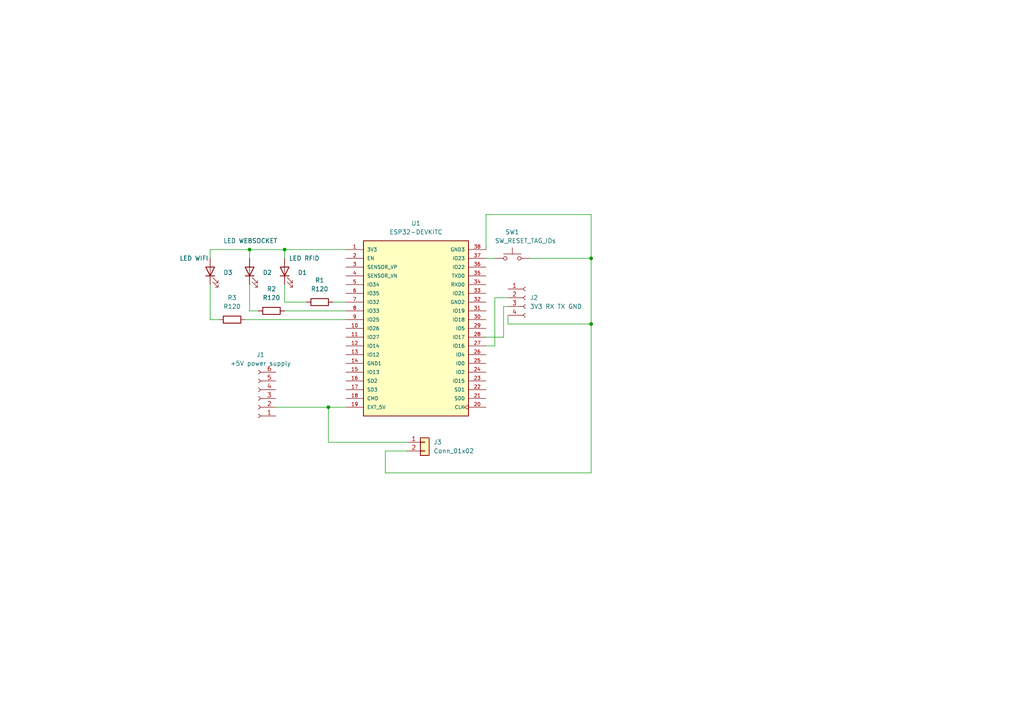
<source format=kicad_sch>
(kicad_sch (version 20211123) (generator eeschema)
  (paper "A4")
  (lib_symbols
    (symbol "Connector:Conn_01x04_Female" (pin_names (offset 1.016) hide)
      (property "Reference" "J" (at 0 5.08 0))
      (property "Value" "Conn_01x04_Female" (at 0 -7.62 0))
      (symbol "Conn_01x04_Female_1_1"
        (arc (start 0 -4.572) (mid -0.508 -5.08) (end 0 -5.588) (stroke (width 0.1524)))
        (arc (start 0 -2.032) (mid -0.508 -2.54) (end 0 -3.048) (stroke (width 0.1524)))
        (polyline (pts (xy -1.27 -5.08) (xy -0.508 -5.08)) (stroke (width 0.1524)))
        (polyline (pts (xy -1.27 -2.54) (xy -0.508 -2.54)) (stroke (width 0.1524)))
        (polyline (pts (xy -1.27 0) (xy -0.508 0)) (stroke (width 0.1524)))
        (polyline (pts (xy -1.27 2.54) (xy -0.508 2.54)) (stroke (width 0.1524)))
        (arc (start 0 0.508) (mid -0.508 0) (end 0 -0.508) (stroke (width 0.1524)))
        (arc (start 0 3.048) (mid -0.508 2.54) (end 0 2.032) (stroke (width 0.1524)))
        (pin passive line (at -5.08 2.54 0) (length 3.81) (name "Pin_1") (number "1"))
        (pin passive line (at -5.08 0 0) (length 3.81) (name "Pin_2") (number "2"))
        (pin passive line (at -5.08 -2.54 0) (length 3.81) (name "Pin_3") (number "3"))
        (pin passive line (at -5.08 -5.08 0) (length 3.81) (name "Pin_4") (number "4"))
      )
    )
    (symbol "Connector:Conn_01x06_Female" (pin_names (offset 1.016) hide)
      (property "Reference" "J" (at 0 7.62 0))
      (property "Value" "Conn_01x06_Female" (at 0 -10.16 0))
      (symbol "Conn_01x06_Female_1_1"
        (arc (start 0 -7.112) (mid -0.508 -7.62) (end 0 -8.128) (stroke (width 0.1524)))
        (arc (start 0 -4.572) (mid -0.508 -5.08) (end 0 -5.588) (stroke (width 0.1524)))
        (arc (start 0 -2.032) (mid -0.508 -2.54) (end 0 -3.048) (stroke (width 0.1524)))
        (polyline (pts (xy -1.27 -7.62) (xy -0.508 -7.62)) (stroke (width 0.1524)))
        (polyline (pts (xy -1.27 -5.08) (xy -0.508 -5.08)) (stroke (width 0.1524)))
        (polyline (pts (xy -1.27 -2.54) (xy -0.508 -2.54)) (stroke (width 0.1524)))
        (polyline (pts (xy -1.27 0) (xy -0.508 0)) (stroke (width 0.1524)))
        (polyline (pts (xy -1.27 2.54) (xy -0.508 2.54)) (stroke (width 0.1524)))
        (polyline (pts (xy -1.27 5.08) (xy -0.508 5.08)) (stroke (width 0.1524)))
        (arc (start 0 0.508) (mid -0.508 0) (end 0 -0.508) (stroke (width 0.1524)))
        (arc (start 0 3.048) (mid -0.508 2.54) (end 0 2.032) (stroke (width 0.1524)))
        (arc (start 0 5.588) (mid -0.508 5.08) (end 0 4.572) (stroke (width 0.1524)))
        (pin passive line (at -5.08 5.08 0) (length 3.81) (name "Pin_1") (number "1"))
        (pin passive line (at -5.08 2.54 0) (length 3.81) (name "Pin_2") (number "2"))
        (pin passive line (at -5.08 0 0) (length 3.81) (name "Pin_3") (number "3"))
        (pin passive line (at -5.08 -2.54 0) (length 3.81) (name "Pin_4") (number "4"))
        (pin passive line (at -5.08 -5.08 0) (length 3.81) (name "Pin_5") (number "5"))
        (pin passive line (at -5.08 -7.62 0) (length 3.81) (name "Pin_6") (number "6"))
      )
    )
    (symbol "Connector_Generic:Conn_01x02" (pin_names (offset 1.016) hide)
      (property "Reference" "J" (at 0 2.54 0))
      (property "Value" "Conn_01x02" (at 0 -5.08 0))
      (symbol "Conn_01x02_1_1"
        (rectangle (start -1.27 -2.413) (end 0 -2.667) (stroke (width 0.1524)))
        (rectangle (start -1.27 0.127) (end 0 -0.127) (stroke (width 0.1524)))
        (rectangle (start -1.27 1.27) (end 1.27 -3.81) (stroke (width 0.254)) (fill (type background)))
        (pin passive line (at -5.08 0 0) (length 3.81) (name "Pin_1") (number "1"))
        (pin passive line (at -5.08 -2.54 0) (length 3.81) (name "Pin_2") (number "2"))
      )
    )
    (symbol "Device:LED" (pin_numbers hide) (pin_names (offset 1.016) hide)
      (property "Reference" "D" (at 0 2.54 0))
      (property "Value" "LED" (at 0 -2.54 0))
      (symbol "LED_0_1"
        (polyline (pts (xy -1.27 -1.27) (xy -1.27 1.27)) (stroke (width 0.254)))
        (polyline (pts (xy -1.27 0) (xy 1.27 0)))
        (polyline (pts (xy 1.27 -1.27) (xy 1.27 1.27) (xy -1.27 0) (xy 1.27 -1.27)) (stroke (width 0.254)))
        (polyline (pts (xy -3.048 -0.762) (xy -4.572 -2.286) (xy -3.81 -2.286) (xy -4.572 -2.286) (xy -4.572 -1.524)))
        (polyline (pts (xy -1.778 -0.762) (xy -3.302 -2.286) (xy -2.54 -2.286) (xy -3.302 -2.286) (xy -3.302 -1.524)))
      )
      (symbol "LED_1_1"
        (pin passive line (at -3.81 0 0) (length 2.54) (name "K") (number "1"))
        (pin passive line (at 3.81 0 180) (length 2.54) (name "A") (number "2"))
      )
    )
    (symbol "Device:R" (pin_numbers hide) (pin_names (offset 0))
      (property "Reference" "R" (at 2.032 0 90))
      (property "Value" "R" (at 0 0 90))
      (symbol "R_0_1"
        (rectangle (start -1.016 -2.54) (end 1.016 2.54) (stroke (width 0.254)))
      )
      (symbol "R_1_1"
        (pin passive line (at 0 3.81 270) (length 1.27) (name "~") (number "1"))
        (pin passive line (at 0 -3.81 90) (length 1.27) (name "~") (number "2"))
      )
    )
    (symbol "ESP32-DEVKITC:ESP32-DEVKITC" (pin_names (offset 1.016))
      (property "Reference" "U" (at -15.2572 26.0643 0))
      (property "Value" "ESP32-DEVKITC" (at -15.2563 -27.9698 0))
      (symbol "ESP32-DEVKITC_0_0"
        (rectangle (start -15.24 -25.4) (end 15.24 25.4) (stroke (width 0.254)) (fill (type background)))
        (pin power_in line (at -20.32 22.86 0) (length 5.08) (name "3V3") (number "1"))
        (pin bidirectional line (at -20.32 0 0) (length 5.08) (name "IO26") (number "10"))
        (pin bidirectional line (at -20.32 -2.54 0) (length 5.08) (name "IO27") (number "11"))
        (pin bidirectional line (at -20.32 -5.08 0) (length 5.08) (name "IO14") (number "12"))
        (pin bidirectional line (at -20.32 -7.62 0) (length 5.08) (name "IO12") (number "13"))
        (pin power_in line (at -20.32 -10.16 0) (length 5.08) (name "GND1") (number "14"))
        (pin bidirectional line (at -20.32 -12.7 0) (length 5.08) (name "IO13") (number "15"))
        (pin bidirectional line (at -20.32 -15.24 0) (length 5.08) (name "SD2") (number "16"))
        (pin bidirectional line (at -20.32 -17.78 0) (length 5.08) (name "SD3") (number "17"))
        (pin bidirectional line (at -20.32 -20.32 0) (length 5.08) (name "CMD") (number "18"))
        (pin power_in line (at -20.32 -22.86 0) (length 5.08) (name "EXT_5V") (number "19"))
        (pin input line (at -20.32 20.32 0) (length 5.08) (name "EN") (number "2"))
        (pin input clock (at 20.32 -22.86 180) (length 5.08) (name "CLK") (number "20"))
        (pin bidirectional line (at 20.32 -20.32 180) (length 5.08) (name "SD0") (number "21"))
        (pin bidirectional line (at 20.32 -17.78 180) (length 5.08) (name "SD1") (number "22"))
        (pin bidirectional line (at 20.32 -15.24 180) (length 5.08) (name "IO15") (number "23"))
        (pin bidirectional line (at 20.32 -12.7 180) (length 5.08) (name "IO2") (number "24"))
        (pin bidirectional line (at 20.32 -10.16 180) (length 5.08) (name "IO0") (number "25"))
        (pin bidirectional line (at 20.32 -7.62 180) (length 5.08) (name "IO4") (number "26"))
        (pin bidirectional line (at 20.32 -5.08 180) (length 5.08) (name "IO16") (number "27"))
        (pin bidirectional line (at 20.32 -2.54 180) (length 5.08) (name "IO17") (number "28"))
        (pin bidirectional line (at 20.32 0 180) (length 5.08) (name "IO5") (number "29"))
        (pin input line (at -20.32 17.78 0) (length 5.08) (name "SENSOR_VP") (number "3"))
        (pin bidirectional line (at 20.32 2.54 180) (length 5.08) (name "IO18") (number "30"))
        (pin bidirectional line (at 20.32 5.08 180) (length 5.08) (name "IO19") (number "31"))
        (pin power_in line (at 20.32 7.62 180) (length 5.08) (name "GND2") (number "32"))
        (pin bidirectional line (at 20.32 10.16 180) (length 5.08) (name "IO21") (number "33"))
        (pin input line (at 20.32 12.7 180) (length 5.08) (name "RXD0") (number "34"))
        (pin output line (at 20.32 15.24 180) (length 5.08) (name "TXD0") (number "35"))
        (pin bidirectional line (at 20.32 17.78 180) (length 5.08) (name "IO22") (number "36"))
        (pin bidirectional line (at 20.32 20.32 180) (length 5.08) (name "IO23") (number "37"))
        (pin power_in line (at 20.32 22.86 180) (length 5.08) (name "GND3") (number "38"))
        (pin input line (at -20.32 15.24 0) (length 5.08) (name "SENSOR_VN") (number "4"))
        (pin bidirectional line (at -20.32 12.7 0) (length 5.08) (name "IO34") (number "5"))
        (pin bidirectional line (at -20.32 10.16 0) (length 5.08) (name "IO35") (number "6"))
        (pin bidirectional line (at -20.32 7.62 0) (length 5.08) (name "IO32") (number "7"))
        (pin bidirectional line (at -20.32 5.08 0) (length 5.08) (name "IO33") (number "8"))
        (pin bidirectional line (at -20.32 2.54 0) (length 5.08) (name "IO25") (number "9"))
      )
    )
    (symbol "Switch:SW_Push" (pin_numbers hide) (pin_names (offset 1.016) hide)
      (property "Reference" "SW" (at 1.27 2.54 0))
      (property "Value" "SW_Push" (at 0 -1.524 0))
      (symbol "SW_Push_0_1"
        (circle (center -2.032 0) (radius 0.508))
        (polyline (pts (xy 0 1.27) (xy 0 3.048)))
        (polyline (pts (xy 2.54 1.27) (xy -2.54 1.27)))
        (circle (center 2.032 0) (radius 0.508))
        (pin passive line (at -5.08 0 0) (length 2.54) (name "1") (number "1"))
        (pin passive line (at 5.08 0 180) (length 2.54) (name "2") (number "2"))
      )
    )
  )
  (junction (at 171.45 74.93))
  (junction (at 72.39 72.39))
  (junction (at 95.25 118.11))
  (junction (at 82.55 72.39))
  (junction (at 171.45 93.98))
  (wire (pts (xy 146.05 88.9) (xy 147.32 88.9)))
  (wire (pts (xy 72.39 72.39) (xy 72.39 74.93)))
  (wire (pts (xy 171.45 62.23) (xy 171.45 74.93)))
  (wire (pts (xy 111.76 130.81) (xy 118.11 130.81)))
  (wire (pts (xy 60.96 72.39) (xy 60.96 74.93)))
  (wire (pts (xy 95.25 118.11) (xy 80.01 118.11)))
  (wire (pts (xy 171.45 93.98) (xy 171.45 137.16)))
  (wire (pts (xy 71.12 92.71) (xy 100.33 92.71)))
  (wire (pts (xy 143.51 86.36) (xy 143.51 100.33)))
  (wire (pts (xy 82.55 82.55) (xy 82.55 87.63)))
  (wire (pts (xy 146.05 88.9) (xy 146.05 97.79)))
  (wire (pts (xy 82.55 87.63) (xy 88.9 87.63)))
  (wire (pts (xy 147.32 91.44) (xy 147.32 93.98)))
  (wire (pts (xy 100.33 72.39) (xy 82.55 72.39)))
  (wire (pts (xy 140.97 62.23) (xy 171.45 62.23)))
  (wire (pts (xy 72.39 82.55) (xy 72.39 90.17)))
  (wire (pts (xy 100.33 90.17) (xy 82.55 90.17)))
  (wire (pts (xy 140.97 74.93) (xy 143.51 74.93)))
  (wire (pts (xy 153.67 74.93) (xy 171.45 74.93)))
  (wire (pts (xy 60.96 72.39) (xy 72.39 72.39)))
  (wire (pts (xy 147.32 86.36) (xy 143.51 86.36)))
  (wire (pts (xy 82.55 72.39) (xy 82.55 74.93)))
  (wire (pts (xy 171.45 137.16) (xy 111.76 137.16)))
  (wire (pts (xy 60.96 92.71) (xy 63.5 92.71)))
  (wire (pts (xy 95.25 128.27) (xy 118.11 128.27)))
  (wire (pts (xy 82.55 72.39) (xy 72.39 72.39)))
  (wire (pts (xy 111.76 137.16) (xy 111.76 130.81)))
  (wire (pts (xy 171.45 74.93) (xy 171.45 93.98)))
  (wire (pts (xy 74.93 90.17) (xy 72.39 90.17)))
  (wire (pts (xy 140.97 97.79) (xy 146.05 97.79)))
  (wire (pts (xy 96.52 87.63) (xy 100.33 87.63)))
  (wire (pts (xy 100.33 118.11) (xy 95.25 118.11)))
  (wire (pts (xy 147.32 93.98) (xy 171.45 93.98)))
  (wire (pts (xy 95.25 118.11) (xy 95.25 128.27)))
  (wire (pts (xy 60.96 82.55) (xy 60.96 92.71)))
  (wire (pts (xy 140.97 100.33) (xy 143.51 100.33)))
  (wire (pts (xy 140.97 72.39) (xy 140.97 62.23)))
  (symbol (lib_id "Device:R") (at 78.74 90.17 90) (unit 1)
    (property "Reference" "R2" (at 78.74 83.82 90))
    (property "Value" "R120" (at 78.74 86.36 90))
    (property "Footprint" "Resistor_THT:R_Axial_DIN0204_L3.6mm_D1.6mm_P7.62mm_Horizontal" (effects hide))
  )
  (symbol (lib_id "Switch:SW_Push") (at 148.59 74.93 0) (unit 1)
    (property "Reference" "SW1" (at 148.59 67.31 0))
    (property "Value" "SW_RESET_TAG_IDs" (at 152.4 69.85 0))
    (property "Footprint" "Button_Switch_THT:SW_PUSH_6mm" (effects hide))
  )
  (symbol (lib_id "Connector:Conn_01x06_Female") (at 74.93 115.57 180) (unit 1)
    (property "Reference" "J1" (at 75.565 102.87 0))
    (property "Value" "+5V power supply" (at 75.565 105.41 0))
    (property "Footprint" "Connector_PinHeader_2.54mm:PinHeader_1x06_P2.54mm_Vertical" (effects hide))
  )
  (symbol (lib_id "Device:R") (at 67.31 92.71 90) (unit 1)
    (property "Reference" "R3" (at 67.31 86.36 90))
    (property "Value" "R120" (at 67.31 88.9 90))
    (property "Footprint" "Resistor_THT:R_Axial_DIN0204_L3.6mm_D1.6mm_P7.62mm_Horizontal" (effects hide))
  )
  (symbol (lib_id "Connector_Generic:Conn_01x02") (at 123.19 128.27 0) (unit 1)
    (property "Reference" "J3" (at 125.73 128.2699 0) (effects (justify left)))
    (property "Value" "Conn_01x02" (at 125.73 130.8099 0) (effects (justify left)))
    (property "Footprint" "Connector_Phoenix_MC:PhoenixContact_MC_1,5_2-G-3.81_1x02_P3.81mm_Horizontal" (effects hide))
  )
  (symbol (lib_id "Connector:Conn_01x04_Female") (at 152.4 86.36 0) (unit 1)
    (property "Reference" "J2" (at 153.67 86.3599 0) (effects (justify left)))
    (property "Value" "3V3 RX TX GND" (at 153.67 88.8999 0) (effects (justify left)))
    (property "Footprint" "Connector_PinHeader_2.54mm:PinHeader_1x04_P2.54mm_Vertical" (effects hide))
  )
  (symbol (lib_id "ESP32-DEVKITC:ESP32-DEVKITC") (at 120.65 95.25 0) (unit 1)
    (property "Reference" "U1" (at 120.65 64.77 0))
    (property "Value" "ESP32-DEVKITC" (at 120.65 67.31 0))
    (property "Footprint" "ESP32-DEVKITC:MODULE_ESP32-DEVKITC" (effects hide))
    (property "MF" "Espressif Systems" (effects hide))
    (property "Description" "\n                        \n                            ESP32-WROOM-32UE series Transceiver; 802.11 b/g/n (Wi-Fi, WiFi, WLAN), Bluetooth ® Smart Ready 4.x Dual Mode Evaluation Board\n                        \n" (effects hide))
    (property "Package" "None" (effects hide))
    (property "Price" "None" (effects hide))
    (property "Check_prices" "https://www.snapeda.com/parts/ESP32-DEVKITC/Espressif+Systems/view-part/?ref=eda" (effects hide))
    (property "STANDARD" "Manufacturer Recommendations" (effects hide))
    (property "PARTREV" "N/A" (effects hide))
    (property "SnapEDA_Link" "https://www.snapeda.com/parts/ESP32-DEVKITC/Espressif+Systems/view-part/?ref=snap" (effects hide))
    (property "MP" "ESP32-DEVKITC" (effects hide))
    (property "Availability" "Not in stock" (effects hide))
    (property "MANUFACTURER" "ESPRESSIF" (effects hide))
  )
  (symbol (lib_id "Device:R") (at 92.71 87.63 90) (unit 1)
    (property "Reference" "R1" (at 92.71 81.28 90))
    (property "Value" "R120" (at 92.71 83.82 90))
    (property "Footprint" "Resistor_THT:R_Axial_DIN0204_L3.6mm_D1.6mm_P7.62mm_Horizontal" (effects hide))
  )
  (symbol (lib_id "Device:LED") (at 72.39 78.74 90) (unit 1)
    (property "Reference" "D2" (at 76.2 79.0574 90) (effects (justify right)))
    (property "Value" "LED WEBSOCKET" (at 64.77 69.85 90) (effects (justify right)))
    (property "Footprint" "LED_THT:LED_D3.0mm" (effects hide))
  )
  (symbol (lib_id "Device:LED") (at 60.96 78.74 90) (unit 1)
    (property "Reference" "D3" (at 64.77 79.0574 90) (effects (justify right)))
    (property "Value" "LED WIFI" (at 52.07 74.93 90) (effects (justify right)))
    (property "Footprint" "LED_THT:LED_D3.0mm" (effects hide))
  )
  (symbol (lib_id "Device:LED") (at 82.55 78.74 90) (unit 1)
    (property "Reference" "D1" (at 86.36 79.0574 90) (effects (justify right)))
    (property "Value" "LED RFID" (at 83.82 74.93 90) (effects (justify right)))
    (property "Footprint" "LED_THT:LED_D3.0mm" (effects hide))
  )
)
</source>
